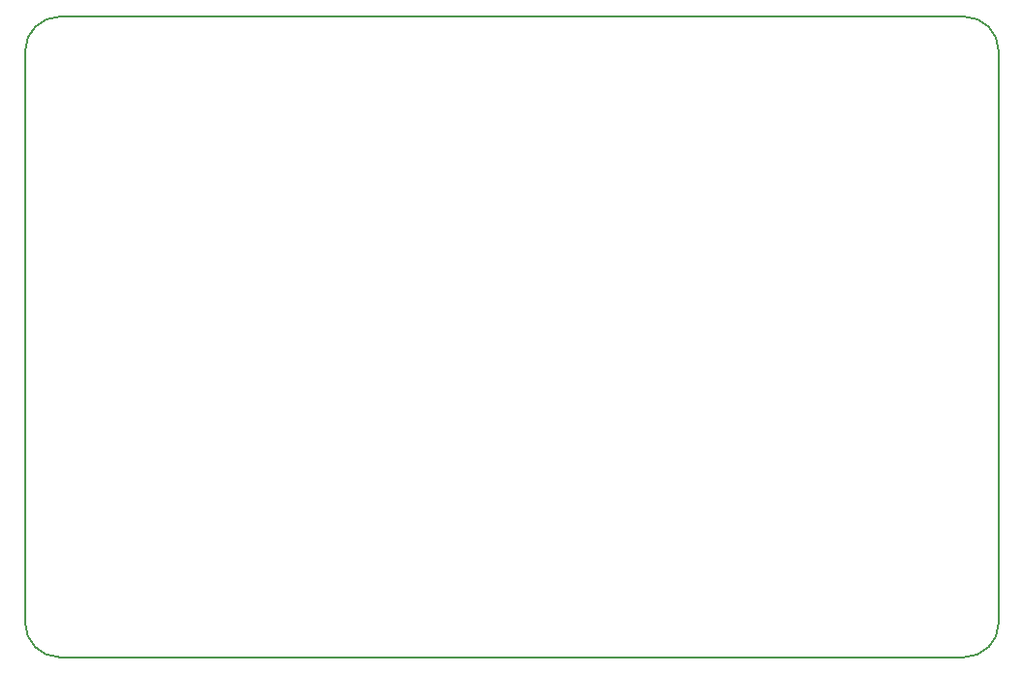
<source format=gko>
G04 DipTrace 3.3.1.3*
G04 Teensy4RPIlike.gko*
%MOIN*%
G04 #@! TF.FileFunction,Profile*
G04 #@! TF.Part,Single*
%ADD11C,0.005512*%
%FSLAX26Y26*%
G04*
G70*
G90*
G75*
G01*
G04 BoardOutline*
%LPD*%
X511810Y393700D2*
D11*
X3622046D1*
G03X3740157Y511810I2J118108D01*
G01*
Y2480314D1*
G03X3622046Y2598424I-118108J2D01*
G01*
X511810D1*
G03X393700Y2480314I-2J-118108D01*
G01*
Y511810D1*
G03X511810Y393700I118108J-2D01*
G01*
M02*

</source>
